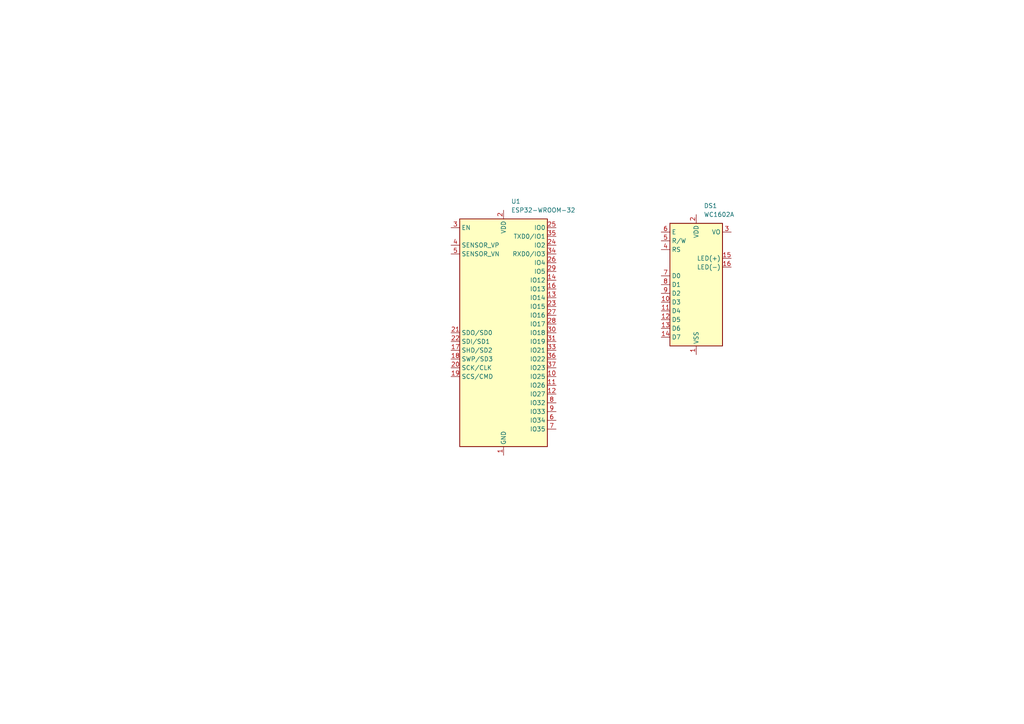
<source format=kicad_sch>
(kicad_sch (version 20231120) (generator "eeschema") (generator_version "8.0")
  (paper "A4")
  (lib_symbols
    (symbol "Display_Character:WC1602A"
      (property "Reference" "DS" (at -5.842 19.05 0))
      (property "Value" "WC1602A" (at 5.334 19.05 0))
      (symbol "WC1602A_1_1"
        (rectangle (start -7.62 17.78) (end 7.62 -17.78) (stroke (width 0.254)) (fill (type background)))
        (pin power_in line (at 0 -20.32 90) (length 2.54) (name "VSS") (number "1"))
        (pin input line (at -10.16 -5.08 0) (length 2.54) (name "D3") (number "10"))
        (pin input line (at -10.16 -7.62 0) (length 2.54) (name "D4") (number "11"))
        (pin input line (at -10.16 -10.16 0) (length 2.54) (name "D5") (number "12"))
        (pin input line (at -10.16 -12.7 0) (length 2.54) (name "D6") (number "13"))
        (pin input line (at -10.16 -15.24 0) (length 2.54) (name "D7") (number "14"))
        (pin power_in line (at 10.16 7.62 180) (length 2.54) (name "LED(+)") (number "15"))
        (pin power_in line (at 10.16 5.08 180) (length 2.54) (name "LED(-)") (number "16"))
        (pin power_in line (at 0 20.32 270) (length 2.54) (name "VDD") (number "2"))
        (pin input line (at 10.16 15.24 180) (length 2.54) (name "VO") (number "3"))
        (pin input line (at -10.16 10.16 0) (length 2.54) (name "RS") (number "4"))
        (pin input line (at -10.16 12.7 0) (length 2.54) (name "R/W") (number "5"))
        (pin input line (at -10.16 15.24 0) (length 2.54) (name "E") (number "6"))
        (pin input line (at -10.16 2.54 0) (length 2.54) (name "D0") (number "7"))
        (pin input line (at -10.16 0 0) (length 2.54) (name "D1") (number "8"))
        (pin input line (at -10.16 -2.54 0) (length 2.54) (name "D2") (number "9"))
      )
    )
    (symbol "RF_Module:ESP32-WROOM-32"
      (property "Reference" "U" (at -12.7 34.29 0))
      (property "Value" "ESP32-WROOM-32" (at 1.27 34.29 0))
      (symbol "ESP32-WROOM-32_0_1"
        (rectangle (start -12.7 33.02) (end 12.7 -33.02) (stroke (width 0.254)) (fill (type background)))
      )
      (symbol "ESP32-WROOM-32_1_1"
        (pin power_in line (at 0 -35.56 90) (length 2.54) (name "GND") (number "1"))
        (pin bidirectional line (at 15.24 -12.7 180) (length 2.54) (name "IO25") (number "10"))
        (pin bidirectional line (at 15.24 -15.24 180) (length 2.54) (name "IO26") (number "11"))
        (pin bidirectional line (at 15.24 -17.78 180) (length 2.54) (name "IO27") (number "12"))
        (pin bidirectional line (at 15.24 10.16 180) (length 2.54) (name "IO14") (number "13"))
        (pin bidirectional line (at 15.24 15.24 180) (length 2.54) (name "IO12") (number "14"))
        (pin passive line (at 0 -35.56 90) (length 2.54) hide (name "GND") (number "15"))
        (pin bidirectional line (at 15.24 12.7 180) (length 2.54) (name "IO13") (number "16"))
        (pin bidirectional line (at -15.24 -5.08 0) (length 2.54) (name "SHD/SD2") (number "17"))
        (pin bidirectional line (at -15.24 -7.62 0) (length 2.54) (name "SWP/SD3") (number "18"))
        (pin bidirectional line (at -15.24 -12.7 0) (length 2.54) (name "SCS/CMD") (number "19"))
        (pin power_in line (at 0 35.56 270) (length 2.54) (name "VDD") (number "2"))
        (pin bidirectional line (at -15.24 -10.16 0) (length 2.54) (name "SCK/CLK") (number "20"))
        (pin bidirectional line (at -15.24 0 0) (length 2.54) (name "SDO/SD0") (number "21"))
        (pin bidirectional line (at -15.24 -2.54 0) (length 2.54) (name "SDI/SD1") (number "22"))
        (pin bidirectional line (at 15.24 7.62 180) (length 2.54) (name "IO15") (number "23"))
        (pin bidirectional line (at 15.24 25.4 180) (length 2.54) (name "IO2") (number "24"))
        (pin bidirectional line (at 15.24 30.48 180) (length 2.54) (name "IO0") (number "25"))
        (pin bidirectional line (at 15.24 20.32 180) (length 2.54) (name "IO4") (number "26"))
        (pin bidirectional line (at 15.24 5.08 180) (length 2.54) (name "IO16") (number "27"))
        (pin bidirectional line (at 15.24 2.54 180) (length 2.54) (name "IO17") (number "28"))
        (pin bidirectional line (at 15.24 17.78 180) (length 2.54) (name "IO5") (number "29"))
        (pin input line (at -15.24 30.48 0) (length 2.54) (name "EN") (number "3"))
        (pin bidirectional line (at 15.24 0 180) (length 2.54) (name "IO18") (number "30"))
        (pin bidirectional line (at 15.24 -2.54 180) (length 2.54) (name "IO19") (number "31"))
        (pin no_connect line (at -12.7 -27.94 0) (length 2.54) hide (name "NC") (number "32"))
        (pin bidirectional line (at 15.24 -5.08 180) (length 2.54) (name "IO21") (number "33"))
        (pin bidirectional line (at 15.24 22.86 180) (length 2.54) (name "RXD0/IO3") (number "34"))
        (pin bidirectional line (at 15.24 27.94 180) (length 2.54) (name "TXD0/IO1") (number "35"))
        (pin bidirectional line (at 15.24 -7.62 180) (length 2.54) (name "IO22") (number "36"))
        (pin bidirectional line (at 15.24 -10.16 180) (length 2.54) (name "IO23") (number "37"))
        (pin passive line (at 0 -35.56 90) (length 2.54) hide (name "GND") (number "38"))
        (pin passive line (at 0 -35.56 90) (length 2.54) hide (name "GND") (number "39"))
        (pin input line (at -15.24 25.4 0) (length 2.54) (name "SENSOR_VP") (number "4"))
        (pin input line (at -15.24 22.86 0) (length 2.54) (name "SENSOR_VN") (number "5"))
        (pin input line (at 15.24 -25.4 180) (length 2.54) (name "IO34") (number "6"))
        (pin input line (at 15.24 -27.94 180) (length 2.54) (name "IO35") (number "7"))
        (pin bidirectional line (at 15.24 -20.32 180) (length 2.54) (name "IO32") (number "8"))
        (pin bidirectional line (at 15.24 -22.86 180) (length 2.54) (name "IO33") (number "9"))
      )
    )
  )
  (symbol (lib_id "Display_Character:WC1602A") (at 201.93 82.55 0) (unit 1)
    (property "Reference" "DS1" (at 204.1241 59.69 0) (effects (justify left)))
    (property "Value" "WC1602A" (at 204.1241 62.23 0) (effects (justify left)))
    (property "Footprint" "Display:WC1602A" (effects (hide yes)))
    (property "Datasheet" "http://www.wincomlcd.com/pdf/WC1602A-SFYLYHTC06.pdf" (effects (hide yes)))
    (property "Description" "LCD 16x2 Alphanumeric , 8 bit parallel bus, 5V VDD" (effects (hide yes)))
  )
  (symbol (lib_id "RF_Module:ESP32-WROOM-32") (at 146.05 96.52 0) (unit 1)
    (property "Reference" "U1" (at 148.2441 58.42 0) (effects (justify left)))
    (property "Value" "ESP32-WROOM-32" (at 148.2441 60.96 0) (effects (justify left)))
    (property "Footprint" "RF_Module:ESP32-WROOM-32" (effects (hide yes)))
    (property "Datasheet" "https://www.espressif.com/sites/default/files/documentation/esp32-wroom-32_datasheet_en.pdf" (effects (hide yes)))
    (property "Description" "RF Module, ESP32-D0WDQ6 SoC, Wi-Fi 802.11b/g/n, Bluetooth, BLE, 32-bit, 2.7-3.6V, onboard antenna, SMD" (effects (hide yes)))
  )
)
</source>
